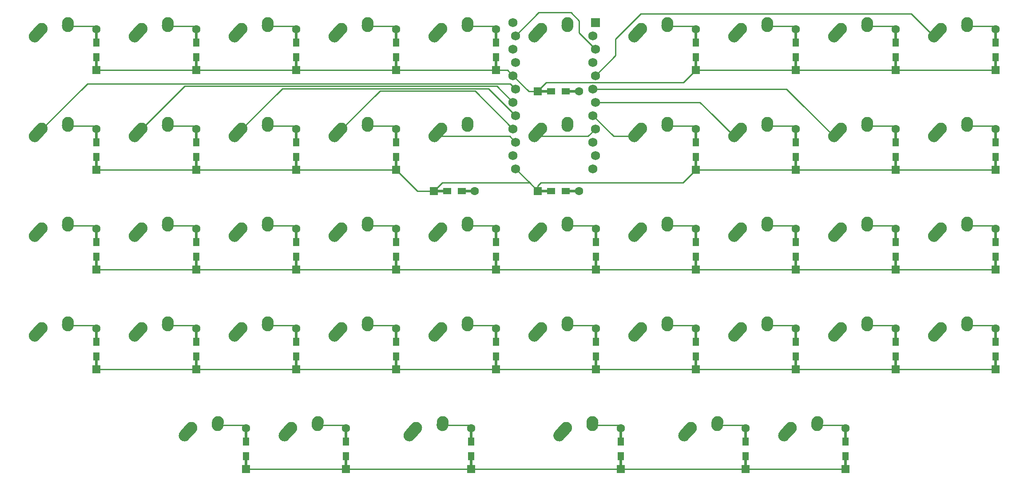
<source format=gbr>
G04 #@! TF.GenerationSoftware,KiCad,Pcbnew,(5.1.12)-1*
G04 #@! TF.CreationDate,2022-09-12T23:50:19-04:00*
G04 #@! TF.ProjectId,my-keeb-pro-micro,6d792d6b-6565-4622-9d70-726f2d6d6963,rev?*
G04 #@! TF.SameCoordinates,Original*
G04 #@! TF.FileFunction,Copper,L2,Bot*
G04 #@! TF.FilePolarity,Positive*
%FSLAX46Y46*%
G04 Gerber Fmt 4.6, Leading zero omitted, Abs format (unit mm)*
G04 Created by KiCad (PCBNEW (5.1.12)-1) date 2022-09-12 23:50:19*
%MOMM*%
%LPD*%
G01*
G04 APERTURE LIST*
G04 #@! TA.AperFunction,ComponentPad*
%ADD10C,2.250000*%
G04 #@! TD*
G04 #@! TA.AperFunction,ComponentPad*
%ADD11R,1.600000X1.600000*%
G04 #@! TD*
G04 #@! TA.AperFunction,ComponentPad*
%ADD12C,1.600000*%
G04 #@! TD*
G04 #@! TA.AperFunction,SMDPad,CuDef*
%ADD13R,0.500000X2.900000*%
G04 #@! TD*
G04 #@! TA.AperFunction,SMDPad,CuDef*
%ADD14R,1.200000X1.600000*%
G04 #@! TD*
G04 #@! TA.AperFunction,ComponentPad*
%ADD15R,1.752600X1.752600*%
G04 #@! TD*
G04 #@! TA.AperFunction,ComponentPad*
%ADD16C,1.752600*%
G04 #@! TD*
G04 #@! TA.AperFunction,SMDPad,CuDef*
%ADD17R,2.900000X0.500000*%
G04 #@! TD*
G04 #@! TA.AperFunction,SMDPad,CuDef*
%ADD18R,1.600000X1.200000*%
G04 #@! TD*
G04 #@! TA.AperFunction,Conductor*
%ADD19C,0.254000*%
G04 #@! TD*
G04 APERTURE END LIST*
G04 #@! TA.AperFunction,ComponentPad*
G36*
G01*
X124660983Y-95047395D02*
X124660097Y-95047334D01*
G75*
G02*
X123615166Y-93847597I77403J1122334D01*
G01*
X123655166Y-93267597D01*
G75*
G02*
X124854903Y-92222666I1122334J-77403D01*
G01*
X124854903Y-92222666D01*
G75*
G02*
X125899834Y-93422403I-77403J-1122334D01*
G01*
X125859834Y-94002403D01*
G75*
G02*
X124660097Y-95047334I-1122334J77403D01*
G01*
G37*
G04 #@! TD.AperFunction*
D10*
X124777500Y-93345000D03*
G04 #@! TA.AperFunction,ComponentPad*
G36*
G01*
X117676188Y-96722350D02*
X117676183Y-96722345D01*
G75*
G02*
X117590155Y-95133683I751317J837345D01*
G01*
X118900157Y-93673683D01*
G75*
G02*
X120488819Y-93587655I837345J-751317D01*
G01*
X120488819Y-93587655D01*
G75*
G02*
X120574847Y-95176317I-751317J-837345D01*
G01*
X119264845Y-96636317D01*
G75*
G02*
X117676183Y-96722345I-837345J751317D01*
G01*
G37*
G04 #@! TD.AperFunction*
X119737500Y-94425000D03*
D11*
X201612500Y-83275000D03*
D12*
X201612500Y-75475000D03*
D13*
X201612500Y-81875000D03*
D14*
X201612500Y-80775000D03*
X201612500Y-77975000D03*
D13*
X201612500Y-76875000D03*
G04 #@! TA.AperFunction,ComponentPad*
G36*
G01*
X119898483Y-37897395D02*
X119897597Y-37897334D01*
G75*
G02*
X118852666Y-36697597I77403J1122334D01*
G01*
X118892666Y-36117597D01*
G75*
G02*
X120092403Y-35072666I1122334J-77403D01*
G01*
X120092403Y-35072666D01*
G75*
G02*
X121137334Y-36272403I-77403J-1122334D01*
G01*
X121097334Y-36852403D01*
G75*
G02*
X119897597Y-37897334I-1122334J77403D01*
G01*
G37*
G04 #@! TD.AperFunction*
D10*
X120015000Y-36195000D03*
G04 #@! TA.AperFunction,ComponentPad*
G36*
G01*
X112913688Y-39572350D02*
X112913683Y-39572345D01*
G75*
G02*
X112827655Y-37983683I751317J837345D01*
G01*
X114137657Y-36523683D01*
G75*
G02*
X115726319Y-36437655I837345J-751317D01*
G01*
X115726319Y-36437655D01*
G75*
G02*
X115812347Y-38026317I-751317J-837345D01*
G01*
X114502345Y-39486317D01*
G75*
G02*
X112913683Y-39572345I-837345J751317D01*
G01*
G37*
G04 #@! TD.AperFunction*
X114975000Y-37275000D03*
D15*
X125323600Y-16986250D03*
D16*
X124866400Y-19526250D03*
X125323600Y-22066250D03*
X124866400Y-24606250D03*
X125323600Y-27146250D03*
X124866400Y-29686250D03*
X125323600Y-32226250D03*
X124866400Y-34766250D03*
X125323600Y-37306250D03*
X124866400Y-39846250D03*
X125323600Y-42386250D03*
X110083600Y-44926250D03*
X109626400Y-42386250D03*
X110083600Y-39846250D03*
X109626400Y-37306250D03*
X110083600Y-34766250D03*
X109626400Y-32226250D03*
X110083600Y-29686250D03*
X109626400Y-27146250D03*
X110083600Y-24606250D03*
X109626400Y-22066250D03*
X110083600Y-19526250D03*
X124866400Y-44926250D03*
X109626400Y-16986250D03*
G04 #@! TA.AperFunction,ComponentPad*
G36*
G01*
X196098483Y-75997395D02*
X196097597Y-75997334D01*
G75*
G02*
X195052666Y-74797597I77403J1122334D01*
G01*
X195092666Y-74217597D01*
G75*
G02*
X196292403Y-73172666I1122334J-77403D01*
G01*
X196292403Y-73172666D01*
G75*
G02*
X197337334Y-74372403I-77403J-1122334D01*
G01*
X197297334Y-74952403D01*
G75*
G02*
X196097597Y-75997334I-1122334J77403D01*
G01*
G37*
G04 #@! TD.AperFunction*
D10*
X196215000Y-74295000D03*
G04 #@! TA.AperFunction,ComponentPad*
G36*
G01*
X189113688Y-77672350D02*
X189113683Y-77672345D01*
G75*
G02*
X189027655Y-76083683I751317J837345D01*
G01*
X190337657Y-74623683D01*
G75*
G02*
X191926319Y-74537655I837345J-751317D01*
G01*
X191926319Y-74537655D01*
G75*
G02*
X192012347Y-76126317I-751317J-837345D01*
G01*
X190702345Y-77586317D01*
G75*
G02*
X189113683Y-77672345I-837345J751317D01*
G01*
G37*
G04 #@! TD.AperFunction*
X191175000Y-75375000D03*
G04 #@! TA.AperFunction,ComponentPad*
G36*
G01*
X196098483Y-56947395D02*
X196097597Y-56947334D01*
G75*
G02*
X195052666Y-55747597I77403J1122334D01*
G01*
X195092666Y-55167597D01*
G75*
G02*
X196292403Y-54122666I1122334J-77403D01*
G01*
X196292403Y-54122666D01*
G75*
G02*
X197337334Y-55322403I-77403J-1122334D01*
G01*
X197297334Y-55902403D01*
G75*
G02*
X196097597Y-56947334I-1122334J77403D01*
G01*
G37*
G04 #@! TD.AperFunction*
X196215000Y-55245000D03*
G04 #@! TA.AperFunction,ComponentPad*
G36*
G01*
X189113688Y-58622350D02*
X189113683Y-58622345D01*
G75*
G02*
X189027655Y-57033683I751317J837345D01*
G01*
X190337657Y-55573683D01*
G75*
G02*
X191926319Y-55487655I837345J-751317D01*
G01*
X191926319Y-55487655D01*
G75*
G02*
X192012347Y-57076317I-751317J-837345D01*
G01*
X190702345Y-58536317D01*
G75*
G02*
X189113683Y-58622345I-837345J751317D01*
G01*
G37*
G04 #@! TD.AperFunction*
X191175000Y-56325000D03*
G04 #@! TA.AperFunction,ComponentPad*
G36*
G01*
X196098483Y-37897395D02*
X196097597Y-37897334D01*
G75*
G02*
X195052666Y-36697597I77403J1122334D01*
G01*
X195092666Y-36117597D01*
G75*
G02*
X196292403Y-35072666I1122334J-77403D01*
G01*
X196292403Y-35072666D01*
G75*
G02*
X197337334Y-36272403I-77403J-1122334D01*
G01*
X197297334Y-36852403D01*
G75*
G02*
X196097597Y-37897334I-1122334J77403D01*
G01*
G37*
G04 #@! TD.AperFunction*
X196215000Y-36195000D03*
G04 #@! TA.AperFunction,ComponentPad*
G36*
G01*
X189113688Y-39572350D02*
X189113683Y-39572345D01*
G75*
G02*
X189027655Y-37983683I751317J837345D01*
G01*
X190337657Y-36523683D01*
G75*
G02*
X191926319Y-36437655I837345J-751317D01*
G01*
X191926319Y-36437655D01*
G75*
G02*
X192012347Y-38026317I-751317J-837345D01*
G01*
X190702345Y-39486317D01*
G75*
G02*
X189113683Y-39572345I-837345J751317D01*
G01*
G37*
G04 #@! TD.AperFunction*
X191175000Y-37275000D03*
G04 #@! TA.AperFunction,ComponentPad*
G36*
G01*
X196098483Y-18847395D02*
X196097597Y-18847334D01*
G75*
G02*
X195052666Y-17647597I77403J1122334D01*
G01*
X195092666Y-17067597D01*
G75*
G02*
X196292403Y-16022666I1122334J-77403D01*
G01*
X196292403Y-16022666D01*
G75*
G02*
X197337334Y-17222403I-77403J-1122334D01*
G01*
X197297334Y-17802403D01*
G75*
G02*
X196097597Y-18847334I-1122334J77403D01*
G01*
G37*
G04 #@! TD.AperFunction*
X196215000Y-17145000D03*
G04 #@! TA.AperFunction,ComponentPad*
G36*
G01*
X189113688Y-20522350D02*
X189113683Y-20522345D01*
G75*
G02*
X189027655Y-18933683I751317J837345D01*
G01*
X190337657Y-17473683D01*
G75*
G02*
X191926319Y-17387655I837345J-751317D01*
G01*
X191926319Y-17387655D01*
G75*
G02*
X192012347Y-18976317I-751317J-837345D01*
G01*
X190702345Y-20436317D01*
G75*
G02*
X189113683Y-20522345I-837345J751317D01*
G01*
G37*
G04 #@! TD.AperFunction*
X191175000Y-18225000D03*
G04 #@! TA.AperFunction,ComponentPad*
G36*
G01*
X177048483Y-75997395D02*
X177047597Y-75997334D01*
G75*
G02*
X176002666Y-74797597I77403J1122334D01*
G01*
X176042666Y-74217597D01*
G75*
G02*
X177242403Y-73172666I1122334J-77403D01*
G01*
X177242403Y-73172666D01*
G75*
G02*
X178287334Y-74372403I-77403J-1122334D01*
G01*
X178247334Y-74952403D01*
G75*
G02*
X177047597Y-75997334I-1122334J77403D01*
G01*
G37*
G04 #@! TD.AperFunction*
X177165000Y-74295000D03*
G04 #@! TA.AperFunction,ComponentPad*
G36*
G01*
X170063688Y-77672350D02*
X170063683Y-77672345D01*
G75*
G02*
X169977655Y-76083683I751317J837345D01*
G01*
X171287657Y-74623683D01*
G75*
G02*
X172876319Y-74537655I837345J-751317D01*
G01*
X172876319Y-74537655D01*
G75*
G02*
X172962347Y-76126317I-751317J-837345D01*
G01*
X171652345Y-77586317D01*
G75*
G02*
X170063683Y-77672345I-837345J751317D01*
G01*
G37*
G04 #@! TD.AperFunction*
X172125000Y-75375000D03*
G04 #@! TA.AperFunction,ComponentPad*
G36*
G01*
X177048483Y-56947395D02*
X177047597Y-56947334D01*
G75*
G02*
X176002666Y-55747597I77403J1122334D01*
G01*
X176042666Y-55167597D01*
G75*
G02*
X177242403Y-54122666I1122334J-77403D01*
G01*
X177242403Y-54122666D01*
G75*
G02*
X178287334Y-55322403I-77403J-1122334D01*
G01*
X178247334Y-55902403D01*
G75*
G02*
X177047597Y-56947334I-1122334J77403D01*
G01*
G37*
G04 #@! TD.AperFunction*
X177165000Y-55245000D03*
G04 #@! TA.AperFunction,ComponentPad*
G36*
G01*
X170063688Y-58622350D02*
X170063683Y-58622345D01*
G75*
G02*
X169977655Y-57033683I751317J837345D01*
G01*
X171287657Y-55573683D01*
G75*
G02*
X172876319Y-55487655I837345J-751317D01*
G01*
X172876319Y-55487655D01*
G75*
G02*
X172962347Y-57076317I-751317J-837345D01*
G01*
X171652345Y-58536317D01*
G75*
G02*
X170063683Y-58622345I-837345J751317D01*
G01*
G37*
G04 #@! TD.AperFunction*
X172125000Y-56325000D03*
G04 #@! TA.AperFunction,ComponentPad*
G36*
G01*
X177048483Y-37897395D02*
X177047597Y-37897334D01*
G75*
G02*
X176002666Y-36697597I77403J1122334D01*
G01*
X176042666Y-36117597D01*
G75*
G02*
X177242403Y-35072666I1122334J-77403D01*
G01*
X177242403Y-35072666D01*
G75*
G02*
X178287334Y-36272403I-77403J-1122334D01*
G01*
X178247334Y-36852403D01*
G75*
G02*
X177047597Y-37897334I-1122334J77403D01*
G01*
G37*
G04 #@! TD.AperFunction*
X177165000Y-36195000D03*
G04 #@! TA.AperFunction,ComponentPad*
G36*
G01*
X170063688Y-39572350D02*
X170063683Y-39572345D01*
G75*
G02*
X169977655Y-37983683I751317J837345D01*
G01*
X171287657Y-36523683D01*
G75*
G02*
X172876319Y-36437655I837345J-751317D01*
G01*
X172876319Y-36437655D01*
G75*
G02*
X172962347Y-38026317I-751317J-837345D01*
G01*
X171652345Y-39486317D01*
G75*
G02*
X170063683Y-39572345I-837345J751317D01*
G01*
G37*
G04 #@! TD.AperFunction*
X172125000Y-37275000D03*
G04 #@! TA.AperFunction,ComponentPad*
G36*
G01*
X177048483Y-18847395D02*
X177047597Y-18847334D01*
G75*
G02*
X176002666Y-17647597I77403J1122334D01*
G01*
X176042666Y-17067597D01*
G75*
G02*
X177242403Y-16022666I1122334J-77403D01*
G01*
X177242403Y-16022666D01*
G75*
G02*
X178287334Y-17222403I-77403J-1122334D01*
G01*
X178247334Y-17802403D01*
G75*
G02*
X177047597Y-18847334I-1122334J77403D01*
G01*
G37*
G04 #@! TD.AperFunction*
X177165000Y-17145000D03*
G04 #@! TA.AperFunction,ComponentPad*
G36*
G01*
X170063688Y-20522350D02*
X170063683Y-20522345D01*
G75*
G02*
X169977655Y-18933683I751317J837345D01*
G01*
X171287657Y-17473683D01*
G75*
G02*
X172876319Y-17387655I837345J-751317D01*
G01*
X172876319Y-17387655D01*
G75*
G02*
X172962347Y-18976317I-751317J-837345D01*
G01*
X171652345Y-20436317D01*
G75*
G02*
X170063683Y-20522345I-837345J751317D01*
G01*
G37*
G04 #@! TD.AperFunction*
X172125000Y-18225000D03*
G04 #@! TA.AperFunction,ComponentPad*
G36*
G01*
X167523483Y-95047395D02*
X167522597Y-95047334D01*
G75*
G02*
X166477666Y-93847597I77403J1122334D01*
G01*
X166517666Y-93267597D01*
G75*
G02*
X167717403Y-92222666I1122334J-77403D01*
G01*
X167717403Y-92222666D01*
G75*
G02*
X168762334Y-93422403I-77403J-1122334D01*
G01*
X168722334Y-94002403D01*
G75*
G02*
X167522597Y-95047334I-1122334J77403D01*
G01*
G37*
G04 #@! TD.AperFunction*
X167640000Y-93345000D03*
G04 #@! TA.AperFunction,ComponentPad*
G36*
G01*
X160538688Y-96722350D02*
X160538683Y-96722345D01*
G75*
G02*
X160452655Y-95133683I751317J837345D01*
G01*
X161762657Y-93673683D01*
G75*
G02*
X163351319Y-93587655I837345J-751317D01*
G01*
X163351319Y-93587655D01*
G75*
G02*
X163437347Y-95176317I-751317J-837345D01*
G01*
X162127345Y-96636317D01*
G75*
G02*
X160538683Y-96722345I-837345J751317D01*
G01*
G37*
G04 #@! TD.AperFunction*
X162600000Y-94425000D03*
G04 #@! TA.AperFunction,ComponentPad*
G36*
G01*
X157998483Y-75997395D02*
X157997597Y-75997334D01*
G75*
G02*
X156952666Y-74797597I77403J1122334D01*
G01*
X156992666Y-74217597D01*
G75*
G02*
X158192403Y-73172666I1122334J-77403D01*
G01*
X158192403Y-73172666D01*
G75*
G02*
X159237334Y-74372403I-77403J-1122334D01*
G01*
X159197334Y-74952403D01*
G75*
G02*
X157997597Y-75997334I-1122334J77403D01*
G01*
G37*
G04 #@! TD.AperFunction*
X158115000Y-74295000D03*
G04 #@! TA.AperFunction,ComponentPad*
G36*
G01*
X151013688Y-77672350D02*
X151013683Y-77672345D01*
G75*
G02*
X150927655Y-76083683I751317J837345D01*
G01*
X152237657Y-74623683D01*
G75*
G02*
X153826319Y-74537655I837345J-751317D01*
G01*
X153826319Y-74537655D01*
G75*
G02*
X153912347Y-76126317I-751317J-837345D01*
G01*
X152602345Y-77586317D01*
G75*
G02*
X151013683Y-77672345I-837345J751317D01*
G01*
G37*
G04 #@! TD.AperFunction*
X153075000Y-75375000D03*
G04 #@! TA.AperFunction,ComponentPad*
G36*
G01*
X157998483Y-56947395D02*
X157997597Y-56947334D01*
G75*
G02*
X156952666Y-55747597I77403J1122334D01*
G01*
X156992666Y-55167597D01*
G75*
G02*
X158192403Y-54122666I1122334J-77403D01*
G01*
X158192403Y-54122666D01*
G75*
G02*
X159237334Y-55322403I-77403J-1122334D01*
G01*
X159197334Y-55902403D01*
G75*
G02*
X157997597Y-56947334I-1122334J77403D01*
G01*
G37*
G04 #@! TD.AperFunction*
X158115000Y-55245000D03*
G04 #@! TA.AperFunction,ComponentPad*
G36*
G01*
X151013688Y-58622350D02*
X151013683Y-58622345D01*
G75*
G02*
X150927655Y-57033683I751317J837345D01*
G01*
X152237657Y-55573683D01*
G75*
G02*
X153826319Y-55487655I837345J-751317D01*
G01*
X153826319Y-55487655D01*
G75*
G02*
X153912347Y-57076317I-751317J-837345D01*
G01*
X152602345Y-58536317D01*
G75*
G02*
X151013683Y-58622345I-837345J751317D01*
G01*
G37*
G04 #@! TD.AperFunction*
X153075000Y-56325000D03*
G04 #@! TA.AperFunction,ComponentPad*
G36*
G01*
X157998483Y-37897395D02*
X157997597Y-37897334D01*
G75*
G02*
X156952666Y-36697597I77403J1122334D01*
G01*
X156992666Y-36117597D01*
G75*
G02*
X158192403Y-35072666I1122334J-77403D01*
G01*
X158192403Y-35072666D01*
G75*
G02*
X159237334Y-36272403I-77403J-1122334D01*
G01*
X159197334Y-36852403D01*
G75*
G02*
X157997597Y-37897334I-1122334J77403D01*
G01*
G37*
G04 #@! TD.AperFunction*
X158115000Y-36195000D03*
G04 #@! TA.AperFunction,ComponentPad*
G36*
G01*
X151013688Y-39572350D02*
X151013683Y-39572345D01*
G75*
G02*
X150927655Y-37983683I751317J837345D01*
G01*
X152237657Y-36523683D01*
G75*
G02*
X153826319Y-36437655I837345J-751317D01*
G01*
X153826319Y-36437655D01*
G75*
G02*
X153912347Y-38026317I-751317J-837345D01*
G01*
X152602345Y-39486317D01*
G75*
G02*
X151013683Y-39572345I-837345J751317D01*
G01*
G37*
G04 #@! TD.AperFunction*
X153075000Y-37275000D03*
G04 #@! TA.AperFunction,ComponentPad*
G36*
G01*
X157998483Y-18847395D02*
X157997597Y-18847334D01*
G75*
G02*
X156952666Y-17647597I77403J1122334D01*
G01*
X156992666Y-17067597D01*
G75*
G02*
X158192403Y-16022666I1122334J-77403D01*
G01*
X158192403Y-16022666D01*
G75*
G02*
X159237334Y-17222403I-77403J-1122334D01*
G01*
X159197334Y-17802403D01*
G75*
G02*
X157997597Y-18847334I-1122334J77403D01*
G01*
G37*
G04 #@! TD.AperFunction*
X158115000Y-17145000D03*
G04 #@! TA.AperFunction,ComponentPad*
G36*
G01*
X151013688Y-20522350D02*
X151013683Y-20522345D01*
G75*
G02*
X150927655Y-18933683I751317J837345D01*
G01*
X152237657Y-17473683D01*
G75*
G02*
X153826319Y-17387655I837345J-751317D01*
G01*
X153826319Y-17387655D01*
G75*
G02*
X153912347Y-18976317I-751317J-837345D01*
G01*
X152602345Y-20436317D01*
G75*
G02*
X151013683Y-20522345I-837345J751317D01*
G01*
G37*
G04 #@! TD.AperFunction*
X153075000Y-18225000D03*
G04 #@! TA.AperFunction,ComponentPad*
G36*
G01*
X148473483Y-95047395D02*
X148472597Y-95047334D01*
G75*
G02*
X147427666Y-93847597I77403J1122334D01*
G01*
X147467666Y-93267597D01*
G75*
G02*
X148667403Y-92222666I1122334J-77403D01*
G01*
X148667403Y-92222666D01*
G75*
G02*
X149712334Y-93422403I-77403J-1122334D01*
G01*
X149672334Y-94002403D01*
G75*
G02*
X148472597Y-95047334I-1122334J77403D01*
G01*
G37*
G04 #@! TD.AperFunction*
X148590000Y-93345000D03*
G04 #@! TA.AperFunction,ComponentPad*
G36*
G01*
X141488688Y-96722350D02*
X141488683Y-96722345D01*
G75*
G02*
X141402655Y-95133683I751317J837345D01*
G01*
X142712657Y-93673683D01*
G75*
G02*
X144301319Y-93587655I837345J-751317D01*
G01*
X144301319Y-93587655D01*
G75*
G02*
X144387347Y-95176317I-751317J-837345D01*
G01*
X143077345Y-96636317D01*
G75*
G02*
X141488683Y-96722345I-837345J751317D01*
G01*
G37*
G04 #@! TD.AperFunction*
X143550000Y-94425000D03*
G04 #@! TA.AperFunction,ComponentPad*
G36*
G01*
X138948483Y-75997395D02*
X138947597Y-75997334D01*
G75*
G02*
X137902666Y-74797597I77403J1122334D01*
G01*
X137942666Y-74217597D01*
G75*
G02*
X139142403Y-73172666I1122334J-77403D01*
G01*
X139142403Y-73172666D01*
G75*
G02*
X140187334Y-74372403I-77403J-1122334D01*
G01*
X140147334Y-74952403D01*
G75*
G02*
X138947597Y-75997334I-1122334J77403D01*
G01*
G37*
G04 #@! TD.AperFunction*
X139065000Y-74295000D03*
G04 #@! TA.AperFunction,ComponentPad*
G36*
G01*
X131963688Y-77672350D02*
X131963683Y-77672345D01*
G75*
G02*
X131877655Y-76083683I751317J837345D01*
G01*
X133187657Y-74623683D01*
G75*
G02*
X134776319Y-74537655I837345J-751317D01*
G01*
X134776319Y-74537655D01*
G75*
G02*
X134862347Y-76126317I-751317J-837345D01*
G01*
X133552345Y-77586317D01*
G75*
G02*
X131963683Y-77672345I-837345J751317D01*
G01*
G37*
G04 #@! TD.AperFunction*
X134025000Y-75375000D03*
G04 #@! TA.AperFunction,ComponentPad*
G36*
G01*
X138948483Y-56947395D02*
X138947597Y-56947334D01*
G75*
G02*
X137902666Y-55747597I77403J1122334D01*
G01*
X137942666Y-55167597D01*
G75*
G02*
X139142403Y-54122666I1122334J-77403D01*
G01*
X139142403Y-54122666D01*
G75*
G02*
X140187334Y-55322403I-77403J-1122334D01*
G01*
X140147334Y-55902403D01*
G75*
G02*
X138947597Y-56947334I-1122334J77403D01*
G01*
G37*
G04 #@! TD.AperFunction*
X139065000Y-55245000D03*
G04 #@! TA.AperFunction,ComponentPad*
G36*
G01*
X131963688Y-58622350D02*
X131963683Y-58622345D01*
G75*
G02*
X131877655Y-57033683I751317J837345D01*
G01*
X133187657Y-55573683D01*
G75*
G02*
X134776319Y-55487655I837345J-751317D01*
G01*
X134776319Y-55487655D01*
G75*
G02*
X134862347Y-57076317I-751317J-837345D01*
G01*
X133552345Y-58536317D01*
G75*
G02*
X131963683Y-58622345I-837345J751317D01*
G01*
G37*
G04 #@! TD.AperFunction*
X134025000Y-56325000D03*
G04 #@! TA.AperFunction,ComponentPad*
G36*
G01*
X138948483Y-37897395D02*
X138947597Y-37897334D01*
G75*
G02*
X137902666Y-36697597I77403J1122334D01*
G01*
X137942666Y-36117597D01*
G75*
G02*
X139142403Y-35072666I1122334J-77403D01*
G01*
X139142403Y-35072666D01*
G75*
G02*
X140187334Y-36272403I-77403J-1122334D01*
G01*
X140147334Y-36852403D01*
G75*
G02*
X138947597Y-37897334I-1122334J77403D01*
G01*
G37*
G04 #@! TD.AperFunction*
X139065000Y-36195000D03*
G04 #@! TA.AperFunction,ComponentPad*
G36*
G01*
X131963688Y-39572350D02*
X131963683Y-39572345D01*
G75*
G02*
X131877655Y-37983683I751317J837345D01*
G01*
X133187657Y-36523683D01*
G75*
G02*
X134776319Y-36437655I837345J-751317D01*
G01*
X134776319Y-36437655D01*
G75*
G02*
X134862347Y-38026317I-751317J-837345D01*
G01*
X133552345Y-39486317D01*
G75*
G02*
X131963683Y-39572345I-837345J751317D01*
G01*
G37*
G04 #@! TD.AperFunction*
X134025000Y-37275000D03*
G04 #@! TA.AperFunction,ComponentPad*
G36*
G01*
X138948483Y-18847395D02*
X138947597Y-18847334D01*
G75*
G02*
X137902666Y-17647597I77403J1122334D01*
G01*
X137942666Y-17067597D01*
G75*
G02*
X139142403Y-16022666I1122334J-77403D01*
G01*
X139142403Y-16022666D01*
G75*
G02*
X140187334Y-17222403I-77403J-1122334D01*
G01*
X140147334Y-17802403D01*
G75*
G02*
X138947597Y-18847334I-1122334J77403D01*
G01*
G37*
G04 #@! TD.AperFunction*
X139065000Y-17145000D03*
G04 #@! TA.AperFunction,ComponentPad*
G36*
G01*
X131963688Y-20522350D02*
X131963683Y-20522345D01*
G75*
G02*
X131877655Y-18933683I751317J837345D01*
G01*
X133187657Y-17473683D01*
G75*
G02*
X134776319Y-17387655I837345J-751317D01*
G01*
X134776319Y-17387655D01*
G75*
G02*
X134862347Y-18976317I-751317J-837345D01*
G01*
X133552345Y-20436317D01*
G75*
G02*
X131963683Y-20522345I-837345J751317D01*
G01*
G37*
G04 #@! TD.AperFunction*
X134025000Y-18225000D03*
G04 #@! TA.AperFunction,ComponentPad*
G36*
G01*
X119898483Y-75997395D02*
X119897597Y-75997334D01*
G75*
G02*
X118852666Y-74797597I77403J1122334D01*
G01*
X118892666Y-74217597D01*
G75*
G02*
X120092403Y-73172666I1122334J-77403D01*
G01*
X120092403Y-73172666D01*
G75*
G02*
X121137334Y-74372403I-77403J-1122334D01*
G01*
X121097334Y-74952403D01*
G75*
G02*
X119897597Y-75997334I-1122334J77403D01*
G01*
G37*
G04 #@! TD.AperFunction*
X120015000Y-74295000D03*
G04 #@! TA.AperFunction,ComponentPad*
G36*
G01*
X112913688Y-77672350D02*
X112913683Y-77672345D01*
G75*
G02*
X112827655Y-76083683I751317J837345D01*
G01*
X114137657Y-74623683D01*
G75*
G02*
X115726319Y-74537655I837345J-751317D01*
G01*
X115726319Y-74537655D01*
G75*
G02*
X115812347Y-76126317I-751317J-837345D01*
G01*
X114502345Y-77586317D01*
G75*
G02*
X112913683Y-77672345I-837345J751317D01*
G01*
G37*
G04 #@! TD.AperFunction*
X114975000Y-75375000D03*
G04 #@! TA.AperFunction,ComponentPad*
G36*
G01*
X119898483Y-56947395D02*
X119897597Y-56947334D01*
G75*
G02*
X118852666Y-55747597I77403J1122334D01*
G01*
X118892666Y-55167597D01*
G75*
G02*
X120092403Y-54122666I1122334J-77403D01*
G01*
X120092403Y-54122666D01*
G75*
G02*
X121137334Y-55322403I-77403J-1122334D01*
G01*
X121097334Y-55902403D01*
G75*
G02*
X119897597Y-56947334I-1122334J77403D01*
G01*
G37*
G04 #@! TD.AperFunction*
X120015000Y-55245000D03*
G04 #@! TA.AperFunction,ComponentPad*
G36*
G01*
X112913688Y-58622350D02*
X112913683Y-58622345D01*
G75*
G02*
X112827655Y-57033683I751317J837345D01*
G01*
X114137657Y-55573683D01*
G75*
G02*
X115726319Y-55487655I837345J-751317D01*
G01*
X115726319Y-55487655D01*
G75*
G02*
X115812347Y-57076317I-751317J-837345D01*
G01*
X114502345Y-58536317D01*
G75*
G02*
X112913683Y-58622345I-837345J751317D01*
G01*
G37*
G04 #@! TD.AperFunction*
X114975000Y-56325000D03*
G04 #@! TA.AperFunction,ComponentPad*
G36*
G01*
X119898483Y-18847395D02*
X119897597Y-18847334D01*
G75*
G02*
X118852666Y-17647597I77403J1122334D01*
G01*
X118892666Y-17067597D01*
G75*
G02*
X120092403Y-16022666I1122334J-77403D01*
G01*
X120092403Y-16022666D01*
G75*
G02*
X121137334Y-17222403I-77403J-1122334D01*
G01*
X121097334Y-17802403D01*
G75*
G02*
X119897597Y-18847334I-1122334J77403D01*
G01*
G37*
G04 #@! TD.AperFunction*
X120015000Y-17145000D03*
G04 #@! TA.AperFunction,ComponentPad*
G36*
G01*
X112913688Y-20522350D02*
X112913683Y-20522345D01*
G75*
G02*
X112827655Y-18933683I751317J837345D01*
G01*
X114137657Y-17473683D01*
G75*
G02*
X115726319Y-17387655I837345J-751317D01*
G01*
X115726319Y-17387655D01*
G75*
G02*
X115812347Y-18976317I-751317J-837345D01*
G01*
X114502345Y-20436317D01*
G75*
G02*
X112913683Y-20522345I-837345J751317D01*
G01*
G37*
G04 #@! TD.AperFunction*
X114975000Y-18225000D03*
G04 #@! TA.AperFunction,ComponentPad*
G36*
G01*
X96085983Y-95047395D02*
X96085097Y-95047334D01*
G75*
G02*
X95040166Y-93847597I77403J1122334D01*
G01*
X95080166Y-93267597D01*
G75*
G02*
X96279903Y-92222666I1122334J-77403D01*
G01*
X96279903Y-92222666D01*
G75*
G02*
X97324834Y-93422403I-77403J-1122334D01*
G01*
X97284834Y-94002403D01*
G75*
G02*
X96085097Y-95047334I-1122334J77403D01*
G01*
G37*
G04 #@! TD.AperFunction*
X96202500Y-93345000D03*
G04 #@! TA.AperFunction,ComponentPad*
G36*
G01*
X89101188Y-96722350D02*
X89101183Y-96722345D01*
G75*
G02*
X89015155Y-95133683I751317J837345D01*
G01*
X90325157Y-93673683D01*
G75*
G02*
X91913819Y-93587655I837345J-751317D01*
G01*
X91913819Y-93587655D01*
G75*
G02*
X91999847Y-95176317I-751317J-837345D01*
G01*
X90689845Y-96636317D01*
G75*
G02*
X89101183Y-96722345I-837345J751317D01*
G01*
G37*
G04 #@! TD.AperFunction*
X91162500Y-94425000D03*
G04 #@! TA.AperFunction,ComponentPad*
G36*
G01*
X100848483Y-75997395D02*
X100847597Y-75997334D01*
G75*
G02*
X99802666Y-74797597I77403J1122334D01*
G01*
X99842666Y-74217597D01*
G75*
G02*
X101042403Y-73172666I1122334J-77403D01*
G01*
X101042403Y-73172666D01*
G75*
G02*
X102087334Y-74372403I-77403J-1122334D01*
G01*
X102047334Y-74952403D01*
G75*
G02*
X100847597Y-75997334I-1122334J77403D01*
G01*
G37*
G04 #@! TD.AperFunction*
X100965000Y-74295000D03*
G04 #@! TA.AperFunction,ComponentPad*
G36*
G01*
X93863688Y-77672350D02*
X93863683Y-77672345D01*
G75*
G02*
X93777655Y-76083683I751317J837345D01*
G01*
X95087657Y-74623683D01*
G75*
G02*
X96676319Y-74537655I837345J-751317D01*
G01*
X96676319Y-74537655D01*
G75*
G02*
X96762347Y-76126317I-751317J-837345D01*
G01*
X95452345Y-77586317D01*
G75*
G02*
X93863683Y-77672345I-837345J751317D01*
G01*
G37*
G04 #@! TD.AperFunction*
X95925000Y-75375000D03*
G04 #@! TA.AperFunction,ComponentPad*
G36*
G01*
X100848483Y-56947395D02*
X100847597Y-56947334D01*
G75*
G02*
X99802666Y-55747597I77403J1122334D01*
G01*
X99842666Y-55167597D01*
G75*
G02*
X101042403Y-54122666I1122334J-77403D01*
G01*
X101042403Y-54122666D01*
G75*
G02*
X102087334Y-55322403I-77403J-1122334D01*
G01*
X102047334Y-55902403D01*
G75*
G02*
X100847597Y-56947334I-1122334J77403D01*
G01*
G37*
G04 #@! TD.AperFunction*
X100965000Y-55245000D03*
G04 #@! TA.AperFunction,ComponentPad*
G36*
G01*
X93863688Y-58622350D02*
X93863683Y-58622345D01*
G75*
G02*
X93777655Y-57033683I751317J837345D01*
G01*
X95087657Y-55573683D01*
G75*
G02*
X96676319Y-55487655I837345J-751317D01*
G01*
X96676319Y-55487655D01*
G75*
G02*
X96762347Y-57076317I-751317J-837345D01*
G01*
X95452345Y-58536317D01*
G75*
G02*
X93863683Y-58622345I-837345J751317D01*
G01*
G37*
G04 #@! TD.AperFunction*
X95925000Y-56325000D03*
G04 #@! TA.AperFunction,ComponentPad*
G36*
G01*
X100848483Y-37897395D02*
X100847597Y-37897334D01*
G75*
G02*
X99802666Y-36697597I77403J1122334D01*
G01*
X99842666Y-36117597D01*
G75*
G02*
X101042403Y-35072666I1122334J-77403D01*
G01*
X101042403Y-35072666D01*
G75*
G02*
X102087334Y-36272403I-77403J-1122334D01*
G01*
X102047334Y-36852403D01*
G75*
G02*
X100847597Y-37897334I-1122334J77403D01*
G01*
G37*
G04 #@! TD.AperFunction*
X100965000Y-36195000D03*
G04 #@! TA.AperFunction,ComponentPad*
G36*
G01*
X93863688Y-39572350D02*
X93863683Y-39572345D01*
G75*
G02*
X93777655Y-37983683I751317J837345D01*
G01*
X95087657Y-36523683D01*
G75*
G02*
X96676319Y-36437655I837345J-751317D01*
G01*
X96676319Y-36437655D01*
G75*
G02*
X96762347Y-38026317I-751317J-837345D01*
G01*
X95452345Y-39486317D01*
G75*
G02*
X93863683Y-39572345I-837345J751317D01*
G01*
G37*
G04 #@! TD.AperFunction*
X95925000Y-37275000D03*
G04 #@! TA.AperFunction,ComponentPad*
G36*
G01*
X100848483Y-18847395D02*
X100847597Y-18847334D01*
G75*
G02*
X99802666Y-17647597I77403J1122334D01*
G01*
X99842666Y-17067597D01*
G75*
G02*
X101042403Y-16022666I1122334J-77403D01*
G01*
X101042403Y-16022666D01*
G75*
G02*
X102087334Y-17222403I-77403J-1122334D01*
G01*
X102047334Y-17802403D01*
G75*
G02*
X100847597Y-18847334I-1122334J77403D01*
G01*
G37*
G04 #@! TD.AperFunction*
X100965000Y-17145000D03*
G04 #@! TA.AperFunction,ComponentPad*
G36*
G01*
X93863688Y-20522350D02*
X93863683Y-20522345D01*
G75*
G02*
X93777655Y-18933683I751317J837345D01*
G01*
X95087657Y-17473683D01*
G75*
G02*
X96676319Y-17387655I837345J-751317D01*
G01*
X96676319Y-17387655D01*
G75*
G02*
X96762347Y-18976317I-751317J-837345D01*
G01*
X95452345Y-20436317D01*
G75*
G02*
X93863683Y-20522345I-837345J751317D01*
G01*
G37*
G04 #@! TD.AperFunction*
X95925000Y-18225000D03*
G04 #@! TA.AperFunction,ComponentPad*
G36*
G01*
X72273483Y-95047395D02*
X72272597Y-95047334D01*
G75*
G02*
X71227666Y-93847597I77403J1122334D01*
G01*
X71267666Y-93267597D01*
G75*
G02*
X72467403Y-92222666I1122334J-77403D01*
G01*
X72467403Y-92222666D01*
G75*
G02*
X73512334Y-93422403I-77403J-1122334D01*
G01*
X73472334Y-94002403D01*
G75*
G02*
X72272597Y-95047334I-1122334J77403D01*
G01*
G37*
G04 #@! TD.AperFunction*
X72390000Y-93345000D03*
G04 #@! TA.AperFunction,ComponentPad*
G36*
G01*
X65288688Y-96722350D02*
X65288683Y-96722345D01*
G75*
G02*
X65202655Y-95133683I751317J837345D01*
G01*
X66512657Y-93673683D01*
G75*
G02*
X68101319Y-93587655I837345J-751317D01*
G01*
X68101319Y-93587655D01*
G75*
G02*
X68187347Y-95176317I-751317J-837345D01*
G01*
X66877345Y-96636317D01*
G75*
G02*
X65288683Y-96722345I-837345J751317D01*
G01*
G37*
G04 #@! TD.AperFunction*
X67350000Y-94425000D03*
G04 #@! TA.AperFunction,ComponentPad*
G36*
G01*
X81798483Y-75997395D02*
X81797597Y-75997334D01*
G75*
G02*
X80752666Y-74797597I77403J1122334D01*
G01*
X80792666Y-74217597D01*
G75*
G02*
X81992403Y-73172666I1122334J-77403D01*
G01*
X81992403Y-73172666D01*
G75*
G02*
X83037334Y-74372403I-77403J-1122334D01*
G01*
X82997334Y-74952403D01*
G75*
G02*
X81797597Y-75997334I-1122334J77403D01*
G01*
G37*
G04 #@! TD.AperFunction*
X81915000Y-74295000D03*
G04 #@! TA.AperFunction,ComponentPad*
G36*
G01*
X74813688Y-77672350D02*
X74813683Y-77672345D01*
G75*
G02*
X74727655Y-76083683I751317J837345D01*
G01*
X76037657Y-74623683D01*
G75*
G02*
X77626319Y-74537655I837345J-751317D01*
G01*
X77626319Y-74537655D01*
G75*
G02*
X77712347Y-76126317I-751317J-837345D01*
G01*
X76402345Y-77586317D01*
G75*
G02*
X74813683Y-77672345I-837345J751317D01*
G01*
G37*
G04 #@! TD.AperFunction*
X76875000Y-75375000D03*
G04 #@! TA.AperFunction,ComponentPad*
G36*
G01*
X81798483Y-56947395D02*
X81797597Y-56947334D01*
G75*
G02*
X80752666Y-55747597I77403J1122334D01*
G01*
X80792666Y-55167597D01*
G75*
G02*
X81992403Y-54122666I1122334J-77403D01*
G01*
X81992403Y-54122666D01*
G75*
G02*
X83037334Y-55322403I-77403J-1122334D01*
G01*
X82997334Y-55902403D01*
G75*
G02*
X81797597Y-56947334I-1122334J77403D01*
G01*
G37*
G04 #@! TD.AperFunction*
X81915000Y-55245000D03*
G04 #@! TA.AperFunction,ComponentPad*
G36*
G01*
X74813688Y-58622350D02*
X74813683Y-58622345D01*
G75*
G02*
X74727655Y-57033683I751317J837345D01*
G01*
X76037657Y-55573683D01*
G75*
G02*
X77626319Y-55487655I837345J-751317D01*
G01*
X77626319Y-55487655D01*
G75*
G02*
X77712347Y-57076317I-751317J-837345D01*
G01*
X76402345Y-58536317D01*
G75*
G02*
X74813683Y-58622345I-837345J751317D01*
G01*
G37*
G04 #@! TD.AperFunction*
X76875000Y-56325000D03*
G04 #@! TA.AperFunction,ComponentPad*
G36*
G01*
X81798483Y-37897395D02*
X81797597Y-37897334D01*
G75*
G02*
X80752666Y-36697597I77403J1122334D01*
G01*
X80792666Y-36117597D01*
G75*
G02*
X81992403Y-35072666I1122334J-77403D01*
G01*
X81992403Y-35072666D01*
G75*
G02*
X83037334Y-36272403I-77403J-1122334D01*
G01*
X82997334Y-36852403D01*
G75*
G02*
X81797597Y-37897334I-1122334J77403D01*
G01*
G37*
G04 #@! TD.AperFunction*
X81915000Y-36195000D03*
G04 #@! TA.AperFunction,ComponentPad*
G36*
G01*
X74813688Y-39572350D02*
X74813683Y-39572345D01*
G75*
G02*
X74727655Y-37983683I751317J837345D01*
G01*
X76037657Y-36523683D01*
G75*
G02*
X77626319Y-36437655I837345J-751317D01*
G01*
X77626319Y-36437655D01*
G75*
G02*
X77712347Y-38026317I-751317J-837345D01*
G01*
X76402345Y-39486317D01*
G75*
G02*
X74813683Y-39572345I-837345J751317D01*
G01*
G37*
G04 #@! TD.AperFunction*
X76875000Y-37275000D03*
G04 #@! TA.AperFunction,ComponentPad*
G36*
G01*
X81798483Y-18847395D02*
X81797597Y-18847334D01*
G75*
G02*
X80752666Y-17647597I77403J1122334D01*
G01*
X80792666Y-17067597D01*
G75*
G02*
X81992403Y-16022666I1122334J-77403D01*
G01*
X81992403Y-16022666D01*
G75*
G02*
X83037334Y-17222403I-77403J-1122334D01*
G01*
X82997334Y-17802403D01*
G75*
G02*
X81797597Y-18847334I-1122334J77403D01*
G01*
G37*
G04 #@! TD.AperFunction*
X81915000Y-17145000D03*
G04 #@! TA.AperFunction,ComponentPad*
G36*
G01*
X74813688Y-20522350D02*
X74813683Y-20522345D01*
G75*
G02*
X74727655Y-18933683I751317J837345D01*
G01*
X76037657Y-17473683D01*
G75*
G02*
X77626319Y-17387655I837345J-751317D01*
G01*
X77626319Y-17387655D01*
G75*
G02*
X77712347Y-18976317I-751317J-837345D01*
G01*
X76402345Y-20436317D01*
G75*
G02*
X74813683Y-20522345I-837345J751317D01*
G01*
G37*
G04 #@! TD.AperFunction*
X76875000Y-18225000D03*
G04 #@! TA.AperFunction,ComponentPad*
G36*
G01*
X53223483Y-95047395D02*
X53222597Y-95047334D01*
G75*
G02*
X52177666Y-93847597I77403J1122334D01*
G01*
X52217666Y-93267597D01*
G75*
G02*
X53417403Y-92222666I1122334J-77403D01*
G01*
X53417403Y-92222666D01*
G75*
G02*
X54462334Y-93422403I-77403J-1122334D01*
G01*
X54422334Y-94002403D01*
G75*
G02*
X53222597Y-95047334I-1122334J77403D01*
G01*
G37*
G04 #@! TD.AperFunction*
X53340000Y-93345000D03*
G04 #@! TA.AperFunction,ComponentPad*
G36*
G01*
X46238688Y-96722350D02*
X46238683Y-96722345D01*
G75*
G02*
X46152655Y-95133683I751317J837345D01*
G01*
X47462657Y-93673683D01*
G75*
G02*
X49051319Y-93587655I837345J-751317D01*
G01*
X49051319Y-93587655D01*
G75*
G02*
X49137347Y-95176317I-751317J-837345D01*
G01*
X47827345Y-96636317D01*
G75*
G02*
X46238683Y-96722345I-837345J751317D01*
G01*
G37*
G04 #@! TD.AperFunction*
X48300000Y-94425000D03*
G04 #@! TA.AperFunction,ComponentPad*
G36*
G01*
X62748483Y-75997395D02*
X62747597Y-75997334D01*
G75*
G02*
X61702666Y-74797597I77403J1122334D01*
G01*
X61742666Y-74217597D01*
G75*
G02*
X62942403Y-73172666I1122334J-77403D01*
G01*
X62942403Y-73172666D01*
G75*
G02*
X63987334Y-74372403I-77403J-1122334D01*
G01*
X63947334Y-74952403D01*
G75*
G02*
X62747597Y-75997334I-1122334J77403D01*
G01*
G37*
G04 #@! TD.AperFunction*
X62865000Y-74295000D03*
G04 #@! TA.AperFunction,ComponentPad*
G36*
G01*
X55763688Y-77672350D02*
X55763683Y-77672345D01*
G75*
G02*
X55677655Y-76083683I751317J837345D01*
G01*
X56987657Y-74623683D01*
G75*
G02*
X58576319Y-74537655I837345J-751317D01*
G01*
X58576319Y-74537655D01*
G75*
G02*
X58662347Y-76126317I-751317J-837345D01*
G01*
X57352345Y-77586317D01*
G75*
G02*
X55763683Y-77672345I-837345J751317D01*
G01*
G37*
G04 #@! TD.AperFunction*
X57825000Y-75375000D03*
G04 #@! TA.AperFunction,ComponentPad*
G36*
G01*
X62748483Y-56947395D02*
X62747597Y-56947334D01*
G75*
G02*
X61702666Y-55747597I77403J1122334D01*
G01*
X61742666Y-55167597D01*
G75*
G02*
X62942403Y-54122666I1122334J-77403D01*
G01*
X62942403Y-54122666D01*
G75*
G02*
X63987334Y-55322403I-77403J-1122334D01*
G01*
X63947334Y-55902403D01*
G75*
G02*
X62747597Y-56947334I-1122334J77403D01*
G01*
G37*
G04 #@! TD.AperFunction*
X62865000Y-55245000D03*
G04 #@! TA.AperFunction,ComponentPad*
G36*
G01*
X55763688Y-58622350D02*
X55763683Y-58622345D01*
G75*
G02*
X55677655Y-57033683I751317J837345D01*
G01*
X56987657Y-55573683D01*
G75*
G02*
X58576319Y-55487655I837345J-751317D01*
G01*
X58576319Y-55487655D01*
G75*
G02*
X58662347Y-57076317I-751317J-837345D01*
G01*
X57352345Y-58536317D01*
G75*
G02*
X55763683Y-58622345I-837345J751317D01*
G01*
G37*
G04 #@! TD.AperFunction*
X57825000Y-56325000D03*
G04 #@! TA.AperFunction,ComponentPad*
G36*
G01*
X62748483Y-37897395D02*
X62747597Y-37897334D01*
G75*
G02*
X61702666Y-36697597I77403J1122334D01*
G01*
X61742666Y-36117597D01*
G75*
G02*
X62942403Y-35072666I1122334J-77403D01*
G01*
X62942403Y-35072666D01*
G75*
G02*
X63987334Y-36272403I-77403J-1122334D01*
G01*
X63947334Y-36852403D01*
G75*
G02*
X62747597Y-37897334I-1122334J77403D01*
G01*
G37*
G04 #@! TD.AperFunction*
X62865000Y-36195000D03*
G04 #@! TA.AperFunction,ComponentPad*
G36*
G01*
X55763688Y-39572350D02*
X55763683Y-39572345D01*
G75*
G02*
X55677655Y-37983683I751317J837345D01*
G01*
X56987657Y-36523683D01*
G75*
G02*
X58576319Y-36437655I837345J-751317D01*
G01*
X58576319Y-36437655D01*
G75*
G02*
X58662347Y-38026317I-751317J-837345D01*
G01*
X57352345Y-39486317D01*
G75*
G02*
X55763683Y-39572345I-837345J751317D01*
G01*
G37*
G04 #@! TD.AperFunction*
X57825000Y-37275000D03*
G04 #@! TA.AperFunction,ComponentPad*
G36*
G01*
X62748483Y-18847395D02*
X62747597Y-18847334D01*
G75*
G02*
X61702666Y-17647597I77403J1122334D01*
G01*
X61742666Y-17067597D01*
G75*
G02*
X62942403Y-16022666I1122334J-77403D01*
G01*
X62942403Y-16022666D01*
G75*
G02*
X63987334Y-17222403I-77403J-1122334D01*
G01*
X63947334Y-17802403D01*
G75*
G02*
X62747597Y-18847334I-1122334J77403D01*
G01*
G37*
G04 #@! TD.AperFunction*
X62865000Y-17145000D03*
G04 #@! TA.AperFunction,ComponentPad*
G36*
G01*
X55763688Y-20522350D02*
X55763683Y-20522345D01*
G75*
G02*
X55677655Y-18933683I751317J837345D01*
G01*
X56987657Y-17473683D01*
G75*
G02*
X58576319Y-17387655I837345J-751317D01*
G01*
X58576319Y-17387655D01*
G75*
G02*
X58662347Y-18976317I-751317J-837345D01*
G01*
X57352345Y-20436317D01*
G75*
G02*
X55763683Y-20522345I-837345J751317D01*
G01*
G37*
G04 #@! TD.AperFunction*
X57825000Y-18225000D03*
G04 #@! TA.AperFunction,ComponentPad*
G36*
G01*
X43698483Y-75997395D02*
X43697597Y-75997334D01*
G75*
G02*
X42652666Y-74797597I77403J1122334D01*
G01*
X42692666Y-74217597D01*
G75*
G02*
X43892403Y-73172666I1122334J-77403D01*
G01*
X43892403Y-73172666D01*
G75*
G02*
X44937334Y-74372403I-77403J-1122334D01*
G01*
X44897334Y-74952403D01*
G75*
G02*
X43697597Y-75997334I-1122334J77403D01*
G01*
G37*
G04 #@! TD.AperFunction*
X43815000Y-74295000D03*
G04 #@! TA.AperFunction,ComponentPad*
G36*
G01*
X36713688Y-77672350D02*
X36713683Y-77672345D01*
G75*
G02*
X36627655Y-76083683I751317J837345D01*
G01*
X37937657Y-74623683D01*
G75*
G02*
X39526319Y-74537655I837345J-751317D01*
G01*
X39526319Y-74537655D01*
G75*
G02*
X39612347Y-76126317I-751317J-837345D01*
G01*
X38302345Y-77586317D01*
G75*
G02*
X36713683Y-77672345I-837345J751317D01*
G01*
G37*
G04 #@! TD.AperFunction*
X38775000Y-75375000D03*
G04 #@! TA.AperFunction,ComponentPad*
G36*
G01*
X43698483Y-56947395D02*
X43697597Y-56947334D01*
G75*
G02*
X42652666Y-55747597I77403J1122334D01*
G01*
X42692666Y-55167597D01*
G75*
G02*
X43892403Y-54122666I1122334J-77403D01*
G01*
X43892403Y-54122666D01*
G75*
G02*
X44937334Y-55322403I-77403J-1122334D01*
G01*
X44897334Y-55902403D01*
G75*
G02*
X43697597Y-56947334I-1122334J77403D01*
G01*
G37*
G04 #@! TD.AperFunction*
X43815000Y-55245000D03*
G04 #@! TA.AperFunction,ComponentPad*
G36*
G01*
X36713688Y-58622350D02*
X36713683Y-58622345D01*
G75*
G02*
X36627655Y-57033683I751317J837345D01*
G01*
X37937657Y-55573683D01*
G75*
G02*
X39526319Y-55487655I837345J-751317D01*
G01*
X39526319Y-55487655D01*
G75*
G02*
X39612347Y-57076317I-751317J-837345D01*
G01*
X38302345Y-58536317D01*
G75*
G02*
X36713683Y-58622345I-837345J751317D01*
G01*
G37*
G04 #@! TD.AperFunction*
X38775000Y-56325000D03*
G04 #@! TA.AperFunction,ComponentPad*
G36*
G01*
X43698483Y-37897395D02*
X43697597Y-37897334D01*
G75*
G02*
X42652666Y-36697597I77403J1122334D01*
G01*
X42692666Y-36117597D01*
G75*
G02*
X43892403Y-35072666I1122334J-77403D01*
G01*
X43892403Y-35072666D01*
G75*
G02*
X44937334Y-36272403I-77403J-1122334D01*
G01*
X44897334Y-36852403D01*
G75*
G02*
X43697597Y-37897334I-1122334J77403D01*
G01*
G37*
G04 #@! TD.AperFunction*
X43815000Y-36195000D03*
G04 #@! TA.AperFunction,ComponentPad*
G36*
G01*
X36713688Y-39572350D02*
X36713683Y-39572345D01*
G75*
G02*
X36627655Y-37983683I751317J837345D01*
G01*
X37937657Y-36523683D01*
G75*
G02*
X39526319Y-36437655I837345J-751317D01*
G01*
X39526319Y-36437655D01*
G75*
G02*
X39612347Y-38026317I-751317J-837345D01*
G01*
X38302345Y-39486317D01*
G75*
G02*
X36713683Y-39572345I-837345J751317D01*
G01*
G37*
G04 #@! TD.AperFunction*
X38775000Y-37275000D03*
G04 #@! TA.AperFunction,ComponentPad*
G36*
G01*
X43698483Y-18847395D02*
X43697597Y-18847334D01*
G75*
G02*
X42652666Y-17647597I77403J1122334D01*
G01*
X42692666Y-17067597D01*
G75*
G02*
X43892403Y-16022666I1122334J-77403D01*
G01*
X43892403Y-16022666D01*
G75*
G02*
X44937334Y-17222403I-77403J-1122334D01*
G01*
X44897334Y-17802403D01*
G75*
G02*
X43697597Y-18847334I-1122334J77403D01*
G01*
G37*
G04 #@! TD.AperFunction*
X43815000Y-17145000D03*
G04 #@! TA.AperFunction,ComponentPad*
G36*
G01*
X36713688Y-20522350D02*
X36713683Y-20522345D01*
G75*
G02*
X36627655Y-18933683I751317J837345D01*
G01*
X37937657Y-17473683D01*
G75*
G02*
X39526319Y-17387655I837345J-751317D01*
G01*
X39526319Y-17387655D01*
G75*
G02*
X39612347Y-18976317I-751317J-837345D01*
G01*
X38302345Y-20436317D01*
G75*
G02*
X36713683Y-20522345I-837345J751317D01*
G01*
G37*
G04 #@! TD.AperFunction*
X38775000Y-18225000D03*
G04 #@! TA.AperFunction,ComponentPad*
G36*
G01*
X24648483Y-75997395D02*
X24647597Y-75997334D01*
G75*
G02*
X23602666Y-74797597I77403J1122334D01*
G01*
X23642666Y-74217597D01*
G75*
G02*
X24842403Y-73172666I1122334J-77403D01*
G01*
X24842403Y-73172666D01*
G75*
G02*
X25887334Y-74372403I-77403J-1122334D01*
G01*
X25847334Y-74952403D01*
G75*
G02*
X24647597Y-75997334I-1122334J77403D01*
G01*
G37*
G04 #@! TD.AperFunction*
X24765000Y-74295000D03*
G04 #@! TA.AperFunction,ComponentPad*
G36*
G01*
X17663688Y-77672350D02*
X17663683Y-77672345D01*
G75*
G02*
X17577655Y-76083683I751317J837345D01*
G01*
X18887657Y-74623683D01*
G75*
G02*
X20476319Y-74537655I837345J-751317D01*
G01*
X20476319Y-74537655D01*
G75*
G02*
X20562347Y-76126317I-751317J-837345D01*
G01*
X19252345Y-77586317D01*
G75*
G02*
X17663683Y-77672345I-837345J751317D01*
G01*
G37*
G04 #@! TD.AperFunction*
X19725000Y-75375000D03*
G04 #@! TA.AperFunction,ComponentPad*
G36*
G01*
X24648483Y-56947395D02*
X24647597Y-56947334D01*
G75*
G02*
X23602666Y-55747597I77403J1122334D01*
G01*
X23642666Y-55167597D01*
G75*
G02*
X24842403Y-54122666I1122334J-77403D01*
G01*
X24842403Y-54122666D01*
G75*
G02*
X25887334Y-55322403I-77403J-1122334D01*
G01*
X25847334Y-55902403D01*
G75*
G02*
X24647597Y-56947334I-1122334J77403D01*
G01*
G37*
G04 #@! TD.AperFunction*
X24765000Y-55245000D03*
G04 #@! TA.AperFunction,ComponentPad*
G36*
G01*
X17663688Y-58622350D02*
X17663683Y-58622345D01*
G75*
G02*
X17577655Y-57033683I751317J837345D01*
G01*
X18887657Y-55573683D01*
G75*
G02*
X20476319Y-55487655I837345J-751317D01*
G01*
X20476319Y-55487655D01*
G75*
G02*
X20562347Y-57076317I-751317J-837345D01*
G01*
X19252345Y-58536317D01*
G75*
G02*
X17663683Y-58622345I-837345J751317D01*
G01*
G37*
G04 #@! TD.AperFunction*
X19725000Y-56325000D03*
G04 #@! TA.AperFunction,ComponentPad*
G36*
G01*
X24648483Y-37897395D02*
X24647597Y-37897334D01*
G75*
G02*
X23602666Y-36697597I77403J1122334D01*
G01*
X23642666Y-36117597D01*
G75*
G02*
X24842403Y-35072666I1122334J-77403D01*
G01*
X24842403Y-35072666D01*
G75*
G02*
X25887334Y-36272403I-77403J-1122334D01*
G01*
X25847334Y-36852403D01*
G75*
G02*
X24647597Y-37897334I-1122334J77403D01*
G01*
G37*
G04 #@! TD.AperFunction*
X24765000Y-36195000D03*
G04 #@! TA.AperFunction,ComponentPad*
G36*
G01*
X17663688Y-39572350D02*
X17663683Y-39572345D01*
G75*
G02*
X17577655Y-37983683I751317J837345D01*
G01*
X18887657Y-36523683D01*
G75*
G02*
X20476319Y-36437655I837345J-751317D01*
G01*
X20476319Y-36437655D01*
G75*
G02*
X20562347Y-38026317I-751317J-837345D01*
G01*
X19252345Y-39486317D01*
G75*
G02*
X17663683Y-39572345I-837345J751317D01*
G01*
G37*
G04 #@! TD.AperFunction*
X19725000Y-37275000D03*
G04 #@! TA.AperFunction,ComponentPad*
G36*
G01*
X24648483Y-18847395D02*
X24647597Y-18847334D01*
G75*
G02*
X23602666Y-17647597I77403J1122334D01*
G01*
X23642666Y-17067597D01*
G75*
G02*
X24842403Y-16022666I1122334J-77403D01*
G01*
X24842403Y-16022666D01*
G75*
G02*
X25887334Y-17222403I-77403J-1122334D01*
G01*
X25847334Y-17802403D01*
G75*
G02*
X24647597Y-18847334I-1122334J77403D01*
G01*
G37*
G04 #@! TD.AperFunction*
X24765000Y-17145000D03*
G04 #@! TA.AperFunction,ComponentPad*
G36*
G01*
X17663688Y-20522350D02*
X17663683Y-20522345D01*
G75*
G02*
X17577655Y-18933683I751317J837345D01*
G01*
X18887657Y-17473683D01*
G75*
G02*
X20476319Y-17387655I837345J-751317D01*
G01*
X20476319Y-17387655D01*
G75*
G02*
X20562347Y-18976317I-751317J-837345D01*
G01*
X19252345Y-20436317D01*
G75*
G02*
X17663683Y-20522345I-837345J751317D01*
G01*
G37*
G04 #@! TD.AperFunction*
X19725000Y-18225000D03*
D11*
X201612500Y-64225000D03*
D12*
X201612500Y-56425000D03*
D13*
X201612500Y-62825000D03*
D14*
X201612500Y-61725000D03*
X201612500Y-58925000D03*
D13*
X201612500Y-57825000D03*
D11*
X201612500Y-45175000D03*
D12*
X201612500Y-37375000D03*
D13*
X201612500Y-43775000D03*
D14*
X201612500Y-42675000D03*
X201612500Y-39875000D03*
D13*
X201612500Y-38775000D03*
D11*
X201612500Y-26125000D03*
D12*
X201612500Y-18325000D03*
D13*
X201612500Y-24725000D03*
D14*
X201612500Y-23625000D03*
X201612500Y-20825000D03*
D13*
X201612500Y-19725000D03*
D11*
X182562500Y-83275000D03*
D12*
X182562500Y-75475000D03*
D13*
X182562500Y-81875000D03*
D14*
X182562500Y-80775000D03*
X182562500Y-77975000D03*
D13*
X182562500Y-76875000D03*
D11*
X182562500Y-64225000D03*
D12*
X182562500Y-56425000D03*
D13*
X182562500Y-62825000D03*
D14*
X182562500Y-61725000D03*
X182562500Y-58925000D03*
D13*
X182562500Y-57825000D03*
D11*
X182562500Y-45175000D03*
D12*
X182562500Y-37375000D03*
D13*
X182562500Y-43775000D03*
D14*
X182562500Y-42675000D03*
X182562500Y-39875000D03*
D13*
X182562500Y-38775000D03*
D11*
X182562500Y-26125000D03*
D12*
X182562500Y-18325000D03*
D13*
X182562500Y-24725000D03*
D14*
X182562500Y-23625000D03*
X182562500Y-20825000D03*
D13*
X182562500Y-19725000D03*
D11*
X173037500Y-102325000D03*
D12*
X173037500Y-94525000D03*
D13*
X173037500Y-100925000D03*
D14*
X173037500Y-99825000D03*
X173037500Y-97025000D03*
D13*
X173037500Y-95925000D03*
D11*
X163512500Y-83275000D03*
D12*
X163512500Y-75475000D03*
D13*
X163512500Y-81875000D03*
D14*
X163512500Y-80775000D03*
X163512500Y-77975000D03*
D13*
X163512500Y-76875000D03*
D11*
X163512500Y-64225000D03*
D12*
X163512500Y-56425000D03*
D13*
X163512500Y-62825000D03*
D14*
X163512500Y-61725000D03*
X163512500Y-58925000D03*
D13*
X163512500Y-57825000D03*
D11*
X163512500Y-45175000D03*
D12*
X163512500Y-37375000D03*
D13*
X163512500Y-43775000D03*
D14*
X163512500Y-42675000D03*
X163512500Y-39875000D03*
D13*
X163512500Y-38775000D03*
D11*
X163512500Y-26125000D03*
D12*
X163512500Y-18325000D03*
D13*
X163512500Y-24725000D03*
D14*
X163512500Y-23625000D03*
X163512500Y-20825000D03*
D13*
X163512500Y-19725000D03*
D11*
X153987500Y-102325000D03*
D12*
X153987500Y-94525000D03*
D13*
X153987500Y-100925000D03*
D14*
X153987500Y-99825000D03*
X153987500Y-97025000D03*
D13*
X153987500Y-95925000D03*
D11*
X144462500Y-83275000D03*
D12*
X144462500Y-75475000D03*
D13*
X144462500Y-81875000D03*
D14*
X144462500Y-80775000D03*
X144462500Y-77975000D03*
D13*
X144462500Y-76875000D03*
D11*
X144462500Y-64225000D03*
D12*
X144462500Y-56425000D03*
D13*
X144462500Y-62825000D03*
D14*
X144462500Y-61725000D03*
X144462500Y-58925000D03*
D13*
X144462500Y-57825000D03*
D11*
X144462500Y-45175000D03*
D12*
X144462500Y-37375000D03*
D13*
X144462500Y-43775000D03*
D14*
X144462500Y-42675000D03*
X144462500Y-39875000D03*
D13*
X144462500Y-38775000D03*
D11*
X144462500Y-26125000D03*
D12*
X144462500Y-18325000D03*
D13*
X144462500Y-24725000D03*
D14*
X144462500Y-23625000D03*
X144462500Y-20825000D03*
D13*
X144462500Y-19725000D03*
D11*
X130175000Y-102325000D03*
D12*
X130175000Y-94525000D03*
D13*
X130175000Y-100925000D03*
D14*
X130175000Y-99825000D03*
X130175000Y-97025000D03*
D13*
X130175000Y-95925000D03*
D11*
X125412500Y-83275000D03*
D12*
X125412500Y-75475000D03*
D13*
X125412500Y-81875000D03*
D14*
X125412500Y-80775000D03*
X125412500Y-77975000D03*
D13*
X125412500Y-76875000D03*
D11*
X125412500Y-64225000D03*
D12*
X125412500Y-56425000D03*
D13*
X125412500Y-62825000D03*
D14*
X125412500Y-61725000D03*
X125412500Y-58925000D03*
D13*
X125412500Y-57825000D03*
D11*
X114368750Y-49212500D03*
D12*
X122168750Y-49212500D03*
D17*
X115768750Y-49212500D03*
D18*
X116868750Y-49212500D03*
X119668750Y-49212500D03*
D17*
X120768750Y-49212500D03*
D11*
X114368750Y-30162500D03*
D12*
X122168750Y-30162500D03*
D17*
X115768750Y-30162500D03*
D18*
X116868750Y-30162500D03*
X119668750Y-30162500D03*
D17*
X120768750Y-30162500D03*
D11*
X101600000Y-102325000D03*
D12*
X101600000Y-94525000D03*
D13*
X101600000Y-100925000D03*
D14*
X101600000Y-99825000D03*
X101600000Y-97025000D03*
D13*
X101600000Y-95925000D03*
D11*
X106362500Y-83275000D03*
D12*
X106362500Y-75475000D03*
D13*
X106362500Y-81875000D03*
D14*
X106362500Y-80775000D03*
X106362500Y-77975000D03*
D13*
X106362500Y-76875000D03*
D11*
X106362500Y-64225000D03*
D12*
X106362500Y-56425000D03*
D13*
X106362500Y-62825000D03*
D14*
X106362500Y-61725000D03*
X106362500Y-58925000D03*
D13*
X106362500Y-57825000D03*
D11*
X94525000Y-49212500D03*
D12*
X102325000Y-49212500D03*
D17*
X95925000Y-49212500D03*
D18*
X97025000Y-49212500D03*
X99825000Y-49212500D03*
D17*
X100925000Y-49212500D03*
D11*
X106362500Y-26125000D03*
D12*
X106362500Y-18325000D03*
D13*
X106362500Y-24725000D03*
D14*
X106362500Y-23625000D03*
X106362500Y-20825000D03*
D13*
X106362500Y-19725000D03*
D11*
X77787500Y-102325000D03*
D12*
X77787500Y-94525000D03*
D13*
X77787500Y-100925000D03*
D14*
X77787500Y-99825000D03*
X77787500Y-97025000D03*
D13*
X77787500Y-95925000D03*
D11*
X87312500Y-83275000D03*
D12*
X87312500Y-75475000D03*
D13*
X87312500Y-81875000D03*
D14*
X87312500Y-80775000D03*
X87312500Y-77975000D03*
D13*
X87312500Y-76875000D03*
D11*
X87312500Y-64225000D03*
D12*
X87312500Y-56425000D03*
D13*
X87312500Y-62825000D03*
D14*
X87312500Y-61725000D03*
X87312500Y-58925000D03*
D13*
X87312500Y-57825000D03*
D11*
X87312500Y-45175000D03*
D12*
X87312500Y-37375000D03*
D13*
X87312500Y-43775000D03*
D14*
X87312500Y-42675000D03*
X87312500Y-39875000D03*
D13*
X87312500Y-38775000D03*
D11*
X87312500Y-26125000D03*
D12*
X87312500Y-18325000D03*
D13*
X87312500Y-24725000D03*
D14*
X87312500Y-23625000D03*
X87312500Y-20825000D03*
D13*
X87312500Y-19725000D03*
D11*
X58737500Y-102325000D03*
D12*
X58737500Y-94525000D03*
D13*
X58737500Y-100925000D03*
D14*
X58737500Y-99825000D03*
X58737500Y-97025000D03*
D13*
X58737500Y-95925000D03*
D11*
X68262500Y-83275000D03*
D12*
X68262500Y-75475000D03*
D13*
X68262500Y-81875000D03*
D14*
X68262500Y-80775000D03*
X68262500Y-77975000D03*
D13*
X68262500Y-76875000D03*
D11*
X68262500Y-64225000D03*
D12*
X68262500Y-56425000D03*
D13*
X68262500Y-62825000D03*
D14*
X68262500Y-61725000D03*
X68262500Y-58925000D03*
D13*
X68262500Y-57825000D03*
D11*
X68262500Y-45175000D03*
D12*
X68262500Y-37375000D03*
D13*
X68262500Y-43775000D03*
D14*
X68262500Y-42675000D03*
X68262500Y-39875000D03*
D13*
X68262500Y-38775000D03*
D11*
X68262500Y-26125000D03*
D12*
X68262500Y-18325000D03*
D13*
X68262500Y-24725000D03*
D14*
X68262500Y-23625000D03*
X68262500Y-20825000D03*
D13*
X68262500Y-19725000D03*
D11*
X49212500Y-83275000D03*
D12*
X49212500Y-75475000D03*
D13*
X49212500Y-81875000D03*
D14*
X49212500Y-80775000D03*
X49212500Y-77975000D03*
D13*
X49212500Y-76875000D03*
D11*
X49212500Y-64225000D03*
D12*
X49212500Y-56425000D03*
D13*
X49212500Y-62825000D03*
D14*
X49212500Y-61725000D03*
X49212500Y-58925000D03*
D13*
X49212500Y-57825000D03*
D11*
X49212500Y-45175000D03*
D12*
X49212500Y-37375000D03*
D13*
X49212500Y-43775000D03*
D14*
X49212500Y-42675000D03*
X49212500Y-39875000D03*
D13*
X49212500Y-38775000D03*
D11*
X49212500Y-26125000D03*
D12*
X49212500Y-18325000D03*
D13*
X49212500Y-24725000D03*
D14*
X49212500Y-23625000D03*
X49212500Y-20825000D03*
D13*
X49212500Y-19725000D03*
D11*
X30162500Y-83275000D03*
D12*
X30162500Y-75475000D03*
D13*
X30162500Y-81875000D03*
D14*
X30162500Y-80775000D03*
X30162500Y-77975000D03*
D13*
X30162500Y-76875000D03*
D11*
X30162500Y-64225000D03*
D12*
X30162500Y-56425000D03*
D13*
X30162500Y-62825000D03*
D14*
X30162500Y-61725000D03*
X30162500Y-58925000D03*
D13*
X30162500Y-57825000D03*
D11*
X30162500Y-45175000D03*
D12*
X30162500Y-37375000D03*
D13*
X30162500Y-43775000D03*
D14*
X30162500Y-42675000D03*
X30162500Y-39875000D03*
D13*
X30162500Y-38775000D03*
D11*
X30162500Y-26125000D03*
D12*
X30162500Y-18325000D03*
D13*
X30162500Y-24725000D03*
D14*
X30162500Y-23625000D03*
X30162500Y-20825000D03*
D13*
X30162500Y-19725000D03*
D19*
X29562500Y-17725000D02*
X30162500Y-18325000D01*
X24725000Y-17725000D02*
X29562500Y-17725000D01*
X30162500Y-26125000D02*
X106362500Y-26125000D01*
X144462500Y-26125000D02*
X201612500Y-26125000D01*
X108605150Y-26125000D02*
X109626400Y-27146250D01*
X106362500Y-26125000D02*
X108605150Y-26125000D01*
X114368750Y-30162500D02*
X114368750Y-30093750D01*
X142104551Y-28482949D02*
X144462500Y-26125000D01*
X115979551Y-28482949D02*
X142104551Y-28482949D01*
X114368750Y-30093750D02*
X115979551Y-28482949D01*
X112642650Y-30162500D02*
X109626400Y-27146250D01*
X114368750Y-30162500D02*
X112642650Y-30162500D01*
X29562500Y-36775000D02*
X30162500Y-37375000D01*
X24725000Y-36775000D02*
X29562500Y-36775000D01*
X144462500Y-45175000D02*
X201612500Y-45175000D01*
X114368750Y-48158500D02*
X114902250Y-47625000D01*
X114368750Y-49212500D02*
X114368750Y-48158500D01*
X142012500Y-47625000D02*
X144462500Y-45175000D01*
X114902250Y-47625000D02*
X142012500Y-47625000D01*
X30162500Y-45175000D02*
X87312500Y-45175000D01*
X91350000Y-49212500D02*
X87312500Y-45175000D01*
X94525000Y-49212500D02*
X91350000Y-49212500D01*
X94525000Y-49212500D02*
X94551500Y-49212500D01*
X94551500Y-49212500D02*
X96139000Y-47625000D01*
X112781250Y-47625000D02*
X114368750Y-49212500D01*
X96139000Y-47625000D02*
X112781250Y-47625000D01*
X87312500Y-45175000D02*
X87312500Y-45148500D01*
X112781250Y-47623900D02*
X110083600Y-44926250D01*
X112781250Y-47625000D02*
X112781250Y-47623900D01*
X29562500Y-55825000D02*
X30162500Y-56425000D01*
X24725000Y-55825000D02*
X29562500Y-55825000D01*
X201612500Y-64225000D02*
X30162500Y-64225000D01*
X29562500Y-74875000D02*
X30162500Y-75475000D01*
X24725000Y-74875000D02*
X29562500Y-74875000D01*
X201612500Y-83275000D02*
X30162500Y-83275000D01*
X48612500Y-17725000D02*
X49212500Y-18325000D01*
X43775000Y-17725000D02*
X48612500Y-17725000D01*
X48612500Y-36775000D02*
X49212500Y-37375000D01*
X43775000Y-36775000D02*
X48612500Y-36775000D01*
X48612500Y-55825000D02*
X49212500Y-56425000D01*
X43775000Y-55825000D02*
X48612500Y-55825000D01*
X48612500Y-74875000D02*
X49212500Y-75475000D01*
X43775000Y-74875000D02*
X48612500Y-74875000D01*
X67662500Y-17725000D02*
X68262500Y-18325000D01*
X62825000Y-17725000D02*
X67662500Y-17725000D01*
X67662500Y-36775000D02*
X68262500Y-37375000D01*
X62825000Y-36775000D02*
X67662500Y-36775000D01*
X67662500Y-55825000D02*
X68262500Y-56425000D01*
X62825000Y-55825000D02*
X67662500Y-55825000D01*
X67662500Y-74875000D02*
X68262500Y-75475000D01*
X62825000Y-74875000D02*
X67662500Y-74875000D01*
X58137500Y-93925000D02*
X58737500Y-94525000D01*
X53300000Y-93925000D02*
X58137500Y-93925000D01*
X173037500Y-102325000D02*
X58737500Y-102325000D01*
X86712500Y-17725000D02*
X87312500Y-18325000D01*
X81875000Y-17725000D02*
X86712500Y-17725000D01*
X86712500Y-36775000D02*
X87312500Y-37375000D01*
X81875000Y-36775000D02*
X86712500Y-36775000D01*
X86712500Y-55825000D02*
X87312500Y-56425000D01*
X81875000Y-55825000D02*
X86712500Y-55825000D01*
X86712500Y-74875000D02*
X87312500Y-75475000D01*
X81875000Y-74875000D02*
X86712500Y-74875000D01*
X77187500Y-93925000D02*
X77787500Y-94525000D01*
X72350000Y-93925000D02*
X77187500Y-93925000D01*
X105762500Y-17725000D02*
X106362500Y-18325000D01*
X100925000Y-17725000D02*
X105762500Y-17725000D01*
X105762500Y-55825000D02*
X106362500Y-56425000D01*
X100925000Y-55825000D02*
X105762500Y-55825000D01*
X105762500Y-74875000D02*
X106362500Y-75475000D01*
X100925000Y-74875000D02*
X105762500Y-74875000D01*
X101000000Y-93925000D02*
X101600000Y-94525000D01*
X96162500Y-93925000D02*
X101000000Y-93925000D01*
X124812500Y-55825000D02*
X125412500Y-56425000D01*
X119975000Y-55825000D02*
X124812500Y-55825000D01*
X124812500Y-74875000D02*
X125412500Y-75475000D01*
X119975000Y-74875000D02*
X124812500Y-74875000D01*
X129575000Y-93925000D02*
X130175000Y-94525000D01*
X124737500Y-93925000D02*
X129575000Y-93925000D01*
X143862500Y-17725000D02*
X144462500Y-18325000D01*
X139025000Y-17725000D02*
X143862500Y-17725000D01*
X143862500Y-36775000D02*
X144462500Y-37375000D01*
X139025000Y-36775000D02*
X143862500Y-36775000D01*
X143862500Y-55825000D02*
X144462500Y-56425000D01*
X139025000Y-55825000D02*
X143862500Y-55825000D01*
X143862500Y-74875000D02*
X144462500Y-75475000D01*
X139025000Y-74875000D02*
X143862500Y-74875000D01*
X153387500Y-93925000D02*
X153987500Y-94525000D01*
X148550000Y-93925000D02*
X153387500Y-93925000D01*
X162912500Y-17725000D02*
X163512500Y-18325000D01*
X158075000Y-17725000D02*
X162912500Y-17725000D01*
X162912500Y-36775000D02*
X163512500Y-37375000D01*
X158075000Y-36775000D02*
X162912500Y-36775000D01*
X162912500Y-55825000D02*
X163512500Y-56425000D01*
X158075000Y-55825000D02*
X162912500Y-55825000D01*
X162912500Y-74875000D02*
X163512500Y-75475000D01*
X158075000Y-74875000D02*
X162912500Y-74875000D01*
X172437500Y-93925000D02*
X173037500Y-94525000D01*
X167600000Y-93925000D02*
X172437500Y-93925000D01*
X181962500Y-17725000D02*
X182562500Y-18325000D01*
X177125000Y-17725000D02*
X181962500Y-17725000D01*
X181962500Y-36775000D02*
X182562500Y-37375000D01*
X177125000Y-36775000D02*
X181962500Y-36775000D01*
X181962500Y-55825000D02*
X182562500Y-56425000D01*
X177125000Y-55825000D02*
X181962500Y-55825000D01*
X181962500Y-74875000D02*
X182562500Y-75475000D01*
X177125000Y-74875000D02*
X181962500Y-74875000D01*
X201012500Y-17725000D02*
X201612500Y-18325000D01*
X196175000Y-17725000D02*
X201012500Y-17725000D01*
X201012500Y-36775000D02*
X201612500Y-37375000D01*
X196175000Y-36775000D02*
X201012500Y-36775000D01*
X201012500Y-55825000D02*
X201612500Y-56425000D01*
X196175000Y-55825000D02*
X201012500Y-55825000D01*
X201012500Y-74875000D02*
X201612500Y-75475000D01*
X196175000Y-74875000D02*
X201012500Y-74875000D01*
X109099350Y-28702000D02*
X110083600Y-29686250D01*
X28448000Y-28702000D02*
X109099350Y-28702000D01*
X18415000Y-38735000D02*
X28448000Y-28702000D01*
X106556160Y-29156010D02*
X109626400Y-32226250D01*
X47043990Y-29156010D02*
X106556160Y-29156010D01*
X37465000Y-38735000D02*
X47043990Y-29156010D01*
X104927370Y-29610020D02*
X110083600Y-34766250D01*
X65639980Y-29610020D02*
X104927370Y-29610020D01*
X56515000Y-38735000D02*
X65639980Y-29610020D01*
X102384180Y-30064030D02*
X109626400Y-37306250D01*
X84235970Y-30064030D02*
X102384180Y-30064030D01*
X75565000Y-38735000D02*
X84235970Y-30064030D01*
X108972350Y-38735000D02*
X110083600Y-39846250D01*
X94615000Y-38735000D02*
X108972350Y-38735000D01*
X123894850Y-38735000D02*
X125323600Y-37306250D01*
X113665000Y-38735000D02*
X123894850Y-38735000D01*
X124889651Y-34742999D02*
X124866400Y-34766250D01*
X128835150Y-38735000D02*
X124866400Y-34766250D01*
X132715000Y-38735000D02*
X128835150Y-38735000D01*
X151765000Y-38735000D02*
X147772999Y-34742999D01*
X145256250Y-32226250D02*
X147772999Y-34742999D01*
X125323600Y-32226250D02*
X145256250Y-32226250D01*
X170815000Y-38735000D02*
X164306250Y-32226250D01*
X124866400Y-29686250D02*
X161766250Y-29686250D01*
X161766250Y-29686250D02*
X164306250Y-32226250D01*
X129159000Y-23310850D02*
X125323600Y-27146250D01*
X129159000Y-20193000D02*
X129159000Y-23310850D01*
X133985000Y-15367000D02*
X129159000Y-20193000D01*
X185547000Y-15367000D02*
X133985000Y-15367000D01*
X189865000Y-19685000D02*
X185547000Y-15367000D01*
X122237500Y-16668750D02*
X122237500Y-18980150D01*
X120650000Y-15081250D02*
X122237500Y-16668750D01*
X114528600Y-15081250D02*
X120650000Y-15081250D01*
X110083600Y-19526250D02*
X114528600Y-15081250D01*
X122237500Y-18980150D02*
X125323600Y-22066250D01*
M02*

</source>
